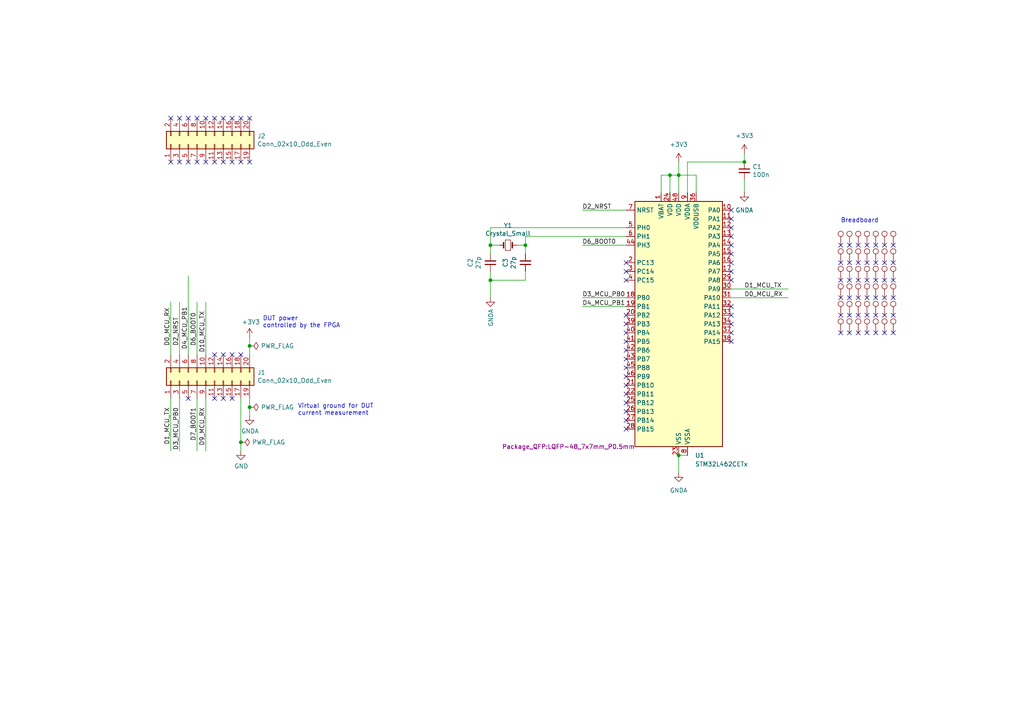
<source format=kicad_sch>
(kicad_sch (version 20231120) (generator "eeschema") (generator_version "8.0")
  (paper "A4")
  (title_block (title "Scaffold STM32L462aughterboard") (date "2024-0-21") (company "Laurent Bonnet") (comment 1 "Under LGPL v3 license"))
  (lib_symbols
    (symbol "PCM_MCU_ST_STM32L4:STM32L462CETx"
      (property "Reference" "U" (at -12.7 36.83 0))
      (property "Value" "STM32L462CETx" (at 7.62 36.83 0))
      (symbol "STM32L462CETx_0_1"
        (rectangle (start -12.7 -35.56) (end 12.7 35.56) (stroke (width 0.254)) (fill (type background)))
      )
      (symbol "STM32L462CETx_1_1"
        (pin power_in line (at -5.08 38.1 270) (length 2.54) (name "VBAT") (number "1"))
        (pin bidirectional line (at 15.24 33.02 180) (length 2.54) (name "PA0") (number "10"))
        (pin bidirectional line (at 15.24 30.48 180) (length 2.54) (name "PA1") (number "11"))
        (pin bidirectional line (at 15.24 27.94 180) (length 2.54) (name "PA2") (number "12"))
        (pin bidirectional line (at 15.24 25.4 180) (length 2.54) (name "PA3") (number "13"))
        (pin bidirectional line (at 15.24 22.86 180) (length 2.54) (name "PA4") (number "14"))
        (pin bidirectional line (at 15.24 20.32 180) (length 2.54) (name "PA5") (number "15"))
        (pin bidirectional line (at 15.24 17.78 180) (length 2.54) (name "PA6") (number "16"))
        (pin bidirectional line (at 15.24 15.24 180) (length 2.54) (name "PA7") (number "17"))
        (pin bidirectional line (at -15.24 7.62 0) (length 2.54) (name "PB0") (number "18"))
        (pin bidirectional line (at -15.24 5.08 0) (length 2.54) (name "PB1") (number "19"))
        (pin bidirectional line (at -15.24 17.78 0) (length 2.54) (name "PC13") (number "2"))
        (pin bidirectional line (at -15.24 2.54 0) (length 2.54) (name "PB2") (number "20"))
        (pin bidirectional line (at -15.24 -17.78 0) (length 2.54) (name "PB10") (number "21"))
        (pin bidirectional line (at -15.24 -20.32 0) (length 2.54) (name "PB11") (number "22"))
        (pin power_in line (at 0 -38.1 90) (length 2.54) (name "VSS") (number "23"))
        (pin power_in line (at -2.54 38.1 270) (length 2.54) (name "VDD") (number "24"))
        (pin bidirectional line (at -15.24 -22.86 0) (length 2.54) (name "PB12") (number "25"))
        (pin bidirectional line (at -15.24 -25.4 0) (length 2.54) (name "PB13") (number "26"))
        (pin bidirectional line (at -15.24 -27.94 0) (length 2.54) (name "PB14") (number "27"))
        (pin bidirectional line (at -15.24 -30.48 0) (length 2.54) (name "PB15") (number "28"))
        (pin bidirectional line (at 15.24 12.7 180) (length 2.54) (name "PA8") (number "29"))
        (pin bidirectional line (at -15.24 15.24 0) (length 2.54) (name "PC14") (number "3"))
        (pin bidirectional line (at 15.24 10.16 180) (length 2.54) (name "PA9") (number "30"))
        (pin bidirectional line (at 15.24 7.62 180) (length 2.54) (name "PA10") (number "31"))
        (pin bidirectional line (at 15.24 5.08 180) (length 2.54) (name "PA11") (number "32"))
        (pin bidirectional line (at 15.24 2.54 180) (length 2.54) (name "PA12") (number "33"))
        (pin bidirectional line (at 15.24 0 180) (length 2.54) (name "PA13") (number "34"))
        (pin passive line (at 0 -38.1 90) (length 2.54) hide (name "VSS") (number "35"))
        (pin power_in line (at 5.08 38.1 270) (length 2.54) (name "VDDUSB") (number "36"))
        (pin bidirectional line (at 15.24 -2.54 180) (length 2.54) (name "PA14") (number "37"))
        (pin bidirectional line (at 15.24 -5.08 180) (length 2.54) (name "PA15") (number "38"))
        (pin bidirectional line (at -15.24 0 0) (length 2.54) (name "PB3") (number "39"))
        (pin bidirectional line (at -15.24 12.7 0) (length 2.54) (name "PC15") (number "4"))
        (pin bidirectional line (at -15.24 -2.54 0) (length 2.54) (name "PB4") (number "40"))
        (pin bidirectional line (at -15.24 -5.08 0) (length 2.54) (name "PB5") (number "41"))
        (pin bidirectional line (at -15.24 -7.62 0) (length 2.54) (name "PB6") (number "42"))
        (pin bidirectional line (at -15.24 -10.16 0) (length 2.54) (name "PB7") (number "43"))
        (pin bidirectional line (at -15.24 22.86 0) (length 2.54) (name "PH3") (number "44"))
        (pin bidirectional line (at -15.24 -12.7 0) (length 2.54) (name "PB8") (number "45"))
        (pin bidirectional line (at -15.24 -15.24 0) (length 2.54) (name "PB9") (number "46"))
        (pin passive line (at 0 -38.1 90) (length 2.54) hide (name "VSS") (number "47"))
        (pin power_in line (at 0 38.1 270) (length 2.54) (name "VDD") (number "48"))
        (pin bidirectional line (at -15.24 27.94 0) (length 2.54) (name "PH0") (number "5"))
        (pin bidirectional line (at -15.24 25.4 0) (length 2.54) (name "PH1") (number "6"))
        (pin input line (at -15.24 33.02 0) (length 2.54) (name "NRST") (number "7"))
        (pin power_in line (at 2.54 -38.1 90) (length 2.54) (name "VSSA") (number "8"))
        (pin power_in line (at 2.54 38.1 270) (length 2.54) (name "VDDA") (number "9"))
      )
    )
    (symbol "power:+3V3" (power) (pin_numbers hide) (pin_names (offset 0) hide)
      (property "Value" "+3V3" (at 0 3.556 0))
      (symbol "+3V3_0_1"
        (polyline (pts (xy -0.762 1.27) (xy 0 2.54)))
        (polyline (pts (xy 0 0) (xy 0 2.54)))
        (polyline (pts (xy 0 2.54) (xy 0.762 1.27)))
      )
      (symbol "+3V3_1_1"
        (pin power_in line (at 0 0 90) (length 0) (name "~") (number "1"))
      )
    )
    (symbol "power:GNDA" (power) (pin_numbers hide) (pin_names (offset 0) hide)
      (property "Value" "GNDA" (at 0 -3.81 0))
      (symbol "GNDA_0_1"
        (polyline (pts (xy 0 0) (xy 0 -1.27) (xy 1.27 -1.27) (xy 0 -2.54) (xy -1.27 -1.27) (xy 0 -1.27)))
      )
      (symbol "GNDA_1_1"
        (pin power_in line (at 0 0 270) (length 0) (name "~") (number "1"))
      )
    )
    (symbol "stm32f205-rescue:+3V3-power" (power) (pin_names (offset 0))
      (property "Value" "+3V3-power" (at 0 3.556 0))
      (symbol "+3V3-power_0_1"
        (polyline (pts (xy -0.762 1.27) (xy 0 2.54)))
        (polyline (pts (xy 0 0) (xy 0 2.54)))
        (polyline (pts (xy 0 2.54) (xy 0.762 1.27)))
      )
      (symbol "+3V3-power_1_1"
        (pin power_in line (at 0 0 90) (length 0) hide (name "+3V3") (number "1"))
      )
    )
    (symbol "stm32f205-rescue:C_Small-Device" (pin_numbers hide) (pin_names (offset 0.254) hide)
      (property "Reference" "C" (at 0.254 1.778 0))
      (property "Value" "Device_C_Small" (at 0.254 -2.032 0))
      (symbol "C_Small-Device_0_1"
        (polyline (pts (xy -1.524 -0.508) (xy 1.524 -0.508)) (stroke (width 0.3302)))
        (polyline (pts (xy -1.524 0.508) (xy 1.524 0.508)) (stroke (width 0.3048)))
      )
      (symbol "C_Small-Device_1_1"
        (pin passive line (at 0 2.54 270) (length 2.032) (name "~") (number "1"))
        (pin passive line (at 0 -2.54 90) (length 2.032) (name "~") (number "2"))
      )
    )
    (symbol "stm32f205-rescue:Conn_02x10_Odd_Even-Connector_Generic" (pin_names (offset 1.016) hide)
      (property "Reference" "J" (at 1.27 12.7 0))
      (property "Value" "Connector_Generic_Conn_02x10_Odd_Even" (at 1.27 -15.24 0))
      (symbol "Conn_02x10_Odd_Even-Connector_Generic_1_1"
        (rectangle (start -1.27 -12.573) (end 0 -12.827) (stroke (width 0.1524)))
        (rectangle (start -1.27 -10.033) (end 0 -10.287) (stroke (width 0.1524)))
        (rectangle (start -1.27 -7.493) (end 0 -7.747) (stroke (width 0.1524)))
        (rectangle (start -1.27 -4.953) (end 0 -5.207) (stroke (width 0.1524)))
        (rectangle (start -1.27 -2.413) (end 0 -2.667) (stroke (width 0.1524)))
        (rectangle (start -1.27 0.127) (end 0 -0.127) (stroke (width 0.1524)))
        (rectangle (start -1.27 2.667) (end 0 2.413) (stroke (width 0.1524)))
        (rectangle (start -1.27 5.207) (end 0 4.953) (stroke (width 0.1524)))
        (rectangle (start -1.27 7.747) (end 0 7.493) (stroke (width 0.1524)))
        (rectangle (start -1.27 10.287) (end 0 10.033) (stroke (width 0.1524)))
        (rectangle (start -1.27 11.43) (end 3.81 -13.97) (stroke (width 0.254)) (fill (type background)))
        (rectangle (start 3.81 -12.573) (end 2.54 -12.827) (stroke (width 0.1524)))
        (rectangle (start 3.81 -10.033) (end 2.54 -10.287) (stroke (width 0.1524)))
        (rectangle (start 3.81 -7.493) (end 2.54 -7.747) (stroke (width 0.1524)))
        (rectangle (start 3.81 -4.953) (end 2.54 -5.207) (stroke (width 0.1524)))
        (rectangle (start 3.81 -2.413) (end 2.54 -2.667) (stroke (width 0.1524)))
        (rectangle (start 3.81 0.127) (end 2.54 -0.127) (stroke (width 0.1524)))
        (rectangle (start 3.81 2.667) (end 2.54 2.413) (stroke (width 0.1524)))
        (rectangle (start 3.81 5.207) (end 2.54 4.953) (stroke (width 0.1524)))
        (rectangle (start 3.81 7.747) (end 2.54 7.493) (stroke (width 0.1524)))
        (rectangle (start 3.81 10.287) (end 2.54 10.033) (stroke (width 0.1524)))
        (pin passive line (at -5.08 10.16 0) (length 3.81) (name "Pin_1") (number "1"))
        (pin passive line (at 7.62 0 180) (length 3.81) (name "Pin_10") (number "10"))
        (pin passive line (at -5.08 -2.54 0) (length 3.81) (name "Pin_11") (number "11"))
        (pin passive line (at 7.62 -2.54 180) (length 3.81) (name "Pin_12") (number "12"))
        (pin passive line (at -5.08 -5.08 0) (length 3.81) (name "Pin_13") (number "13"))
        (pin passive line (at 7.62 -5.08 180) (length 3.81) (name "Pin_14") (number "14"))
        (pin passive line (at -5.08 -7.62 0) (length 3.81) (name "Pin_15") (number "15"))
        (pin passive line (at 7.62 -7.62 180) (length 3.81) (name "Pin_16") (number "16"))
        (pin passive line (at -5.08 -10.16 0) (length 3.81) (name "Pin_17") (number "17"))
        (pin passive line (at 7.62 -10.16 180) (length 3.81) (name "Pin_18") (number "18"))
        (pin passive line (at -5.08 -12.7 0) (length 3.81) (name "Pin_19") (number "19"))
        (pin passive line (at 7.62 10.16 180) (length 3.81) (name "Pin_2") (number "2"))
        (pin passive line (at 7.62 -12.7 180) (length 3.81) (name "Pin_20") (number "20"))
        (pin passive line (at -5.08 7.62 0) (length 3.81) (name "Pin_3") (number "3"))
        (pin passive line (at 7.62 7.62 180) (length 3.81) (name "Pin_4") (number "4"))
        (pin passive line (at -5.08 5.08 0) (length 3.81) (name "Pin_5") (number "5"))
        (pin passive line (at 7.62 5.08 180) (length 3.81) (name "Pin_6") (number "6"))
        (pin passive line (at -5.08 2.54 0) (length 3.81) (name "Pin_7") (number "7"))
        (pin passive line (at 7.62 2.54 180) (length 3.81) (name "Pin_8") (number "8"))
        (pin passive line (at -5.08 0 0) (length 3.81) (name "Pin_9") (number "9"))
      )
    )
    (symbol "stm32f205-rescue:Crystal_Small-Device" (pin_numbers hide) (pin_names (offset 1.016) hide)
      (property "Reference" "Y" (at 0 2.54 0))
      (property "Value" "Device_Crystal_Small" (at 0 -2.54 0))
      (symbol "Crystal_Small-Device_0_1"
        (rectangle (start -0.762 -1.524) (end 0.762 1.524))
        (polyline (pts (xy -1.27 -0.762) (xy -1.27 0.762)) (stroke (width 0.381)))
        (polyline (pts (xy 1.27 -0.762) (xy 1.27 0.762)) (stroke (width 0.381)))
      )
      (symbol "Crystal_Small-Device_1_1"
        (pin passive line (at -2.54 0 0) (length 1.27) (name "1") (number "1"))
        (pin passive line (at 2.54 0 180) (length 1.27) (name "2") (number "2"))
      )
    )
    (symbol "stm32f205-rescue:GND-power" (power) (pin_names (offset 0))
      (property "Value" "GND-power" (at 0 -3.81 0))
      (symbol "GND-power_0_1"
        (polyline (pts (xy 0 0) (xy 0 -1.27) (xy 1.27 -1.27) (xy 0 -2.54) (xy -1.27 -1.27) (xy 0 -1.27)))
      )
      (symbol "GND-power_1_1"
        (pin power_in line (at 0 0 270) (length 0) hide (name "GND") (number "1"))
      )
    )
    (symbol "stm32f205-rescue:GNDA-power" (power) (pin_names (offset 0))
      (property "Value" "GNDA-power" (at 0 -3.81 0))
      (symbol "GNDA-power_0_1"
        (polyline (pts (xy 0 0) (xy 0 -1.27) (xy 1.27 -1.27) (xy 0 -2.54) (xy -1.27 -1.27) (xy 0 -1.27)))
      )
      (symbol "GNDA-power_1_1"
        (pin power_in line (at 0 0 270) (length 0) hide (name "GNDA") (number "1"))
      )
    )
    (symbol "stm32f205-rescue:PWR_FLAG-power" (power) (pin_numbers hide) (pin_names (offset 0) hide)
      (property "Value" "PWR_FLAG-power" (at 0 3.81 0))
      (symbol "PWR_FLAG-power_0_0"
        (pin power_out line (at 0 0 90) (length 0) (name "pwr") (number "1"))
      )
      (symbol "PWR_FLAG-power_0_1"
        (polyline (pts (xy 0 0) (xy 0 1.27) (xy -1.016 1.905) (xy 0 2.54) (xy 1.016 1.905) (xy 0 1.27)))
      )
    )
    (symbol "stm32f205-rescue:TestPoint-Connector" (pin_numbers hide) (pin_names (offset 0.762) hide)
      (property "Reference" "TP" (at 0 6.858 0))
      (property "Value" "Connector_TestPoint" (at 0 5.08 0))
      (symbol "TestPoint-Connector_0_1"
        (circle (center 0 3.302) (radius 0.762))
      )
      (symbol "TestPoint-Connector_1_1"
        (pin passive line (at 0 0 90) (length 2.54) (name "1") (number "1"))
      )
    )
  )
  (junction (at 215.9 46.99))
  (junction (at 72.39 118.11))
  (junction (at 142.24 71.12))
  (junction (at 194.31 50.8))
  (junction (at 69.85 128.27))
  (junction (at 72.39 100.33))
  (junction (at 142.24 81.28))
  (junction (at 196.85 132.08))
  (junction (at 196.85 50.8))
  (junction (at 152.4 71.12))
  (no_connect (at 259.08 96.52))
  (no_connect (at 246.38 91.44))
  (no_connect (at 254 81.28))
  (no_connect (at 67.31 115.57))
  (no_connect (at 181.61 119.38))
  (no_connect (at 181.61 111.76))
  (no_connect (at 181.61 109.22))
  (no_connect (at 212.09 81.28))
  (no_connect (at 181.61 116.84))
  (no_connect (at 52.07 34.29))
  (no_connect (at 181.61 78.74))
  (no_connect (at 49.53 46.99))
  (no_connect (at 212.09 68.58))
  (no_connect (at 212.09 93.98))
  (no_connect (at 54.61 34.29))
  (no_connect (at 181.61 81.28))
  (no_connect (at 59.69 46.99))
  (no_connect (at 251.46 76.2))
  (no_connect (at 181.61 76.2))
  (no_connect (at 181.61 91.44))
  (no_connect (at 212.09 60.96))
  (no_connect (at 212.09 71.12))
  (no_connect (at 64.77 102.87))
  (no_connect (at 181.61 124.46))
  (no_connect (at 259.08 91.44))
  (no_connect (at 256.54 86.36))
  (no_connect (at 181.61 104.14))
  (no_connect (at 256.54 81.28))
  (no_connect (at 246.38 76.2))
  (no_connect (at 259.08 76.2))
  (no_connect (at 254 71.12))
  (no_connect (at 64.77 46.99))
  (no_connect (at 254 96.52))
  (no_connect (at 254 76.2))
  (no_connect (at 251.46 86.36))
  (no_connect (at 181.61 106.68))
  (no_connect (at 251.46 96.52))
  (no_connect (at 69.85 46.99))
  (no_connect (at 254 86.36))
  (no_connect (at 181.61 93.98))
  (no_connect (at 49.53 34.29))
  (no_connect (at 67.31 102.87))
  (no_connect (at 62.23 115.57))
  (no_connect (at 246.38 96.52))
  (no_connect (at 243.84 81.28))
  (no_connect (at 259.08 81.28))
  (no_connect (at 64.77 115.57))
  (no_connect (at 67.31 46.99))
  (no_connect (at 251.46 71.12))
  (no_connect (at 248.92 96.52))
  (no_connect (at 59.69 34.29))
  (no_connect (at 67.31 34.29))
  (no_connect (at 246.38 86.36))
  (no_connect (at 256.54 76.2))
  (no_connect (at 248.92 81.28))
  (no_connect (at 256.54 91.44))
  (no_connect (at 248.92 91.44))
  (no_connect (at 212.09 76.2))
  (no_connect (at 181.61 96.52))
  (no_connect (at 248.92 71.12))
  (no_connect (at 243.84 76.2))
  (no_connect (at 62.23 102.87))
  (no_connect (at 57.15 34.29))
  (no_connect (at 62.23 34.29))
  (no_connect (at 259.08 86.36))
  (no_connect (at 243.84 91.44))
  (no_connect (at 62.23 46.99))
  (no_connect (at 212.09 66.04))
  (no_connect (at 212.09 63.5))
  (no_connect (at 212.09 73.66))
  (no_connect (at 212.09 99.06))
  (no_connect (at 248.92 86.36))
  (no_connect (at 251.46 81.28))
  (no_connect (at 181.61 99.06))
  (no_connect (at 52.07 46.99))
  (no_connect (at 256.54 71.12))
  (no_connect (at 54.61 46.99))
  (no_connect (at 212.09 96.52))
  (no_connect (at 54.61 115.57))
  (no_connect (at 243.84 86.36))
  (no_connect (at 64.77 34.29))
  (no_connect (at 243.84 71.12))
  (no_connect (at 246.38 71.12))
  (no_connect (at 181.61 114.3))
  (no_connect (at 181.61 121.92))
  (no_connect (at 256.54 96.52))
  (no_connect (at 72.39 46.99))
  (no_connect (at 212.09 88.9))
  (no_connect (at 248.92 76.2))
  (no_connect (at 243.84 96.52))
  (no_connect (at 212.09 91.44))
  (no_connect (at 246.38 81.28))
  (no_connect (at 57.15 46.99))
  (no_connect (at 72.39 34.29))
  (no_connect (at 259.08 71.12))
  (no_connect (at 254 91.44))
  (no_connect (at 212.09 78.74))
  (no_connect (at 69.85 102.87))
  (no_connect (at 181.61 101.6))
  (no_connect (at 69.85 34.29))
  (no_connect (at 251.46 91.44))
  (wire (pts (xy 212.09 83.82) (xy 228.6 83.82)))
  (wire (pts (xy 142.24 71.12) (xy 144.78 71.12)))
  (wire (pts (xy 152.4 78.74) (xy 152.4 81.28)))
  (wire (pts (xy 49.53 115.57) (xy 49.53 130.81)))
  (wire (pts (xy 196.85 50.8) (xy 201.93 50.8)))
  (wire (pts (xy 152.4 73.66) (xy 152.4 71.12)))
  (wire (pts (xy 199.39 55.88) (xy 199.39 46.99)))
  (wire (pts (xy 54.61 80.01) (xy 54.61 102.87)))
  (wire (pts (xy 69.85 128.27) (xy 69.85 115.57)))
  (wire (pts (xy 215.9 52.07) (xy 215.9 55.88)))
  (wire (pts (xy 152.4 68.58) (xy 181.61 68.58)))
  (wire (pts (xy 57.15 115.57) (xy 57.15 130.81)))
  (wire (pts (xy 152.4 81.28) (xy 142.24 81.28)))
  (wire (pts (xy 168.91 60.96) (xy 181.61 60.96)))
  (wire (pts (xy 215.9 44.45) (xy 215.9 46.99)))
  (wire (pts (xy 52.07 115.57) (xy 52.07 130.81)))
  (wire (pts (xy 69.85 130.81) (xy 69.85 128.27)))
  (wire (pts (xy 52.07 102.87) (xy 52.07 87.63)))
  (wire (pts (xy 142.24 66.04) (xy 142.24 71.12)))
  (wire (pts (xy 168.91 71.12) (xy 181.61 71.12)))
  (wire (pts (xy 72.39 118.11) (xy 72.39 120.65)))
  (wire (pts (xy 201.93 55.88) (xy 201.93 50.8)))
  (wire (pts (xy 72.39 100.33) (xy 72.39 102.87)))
  (wire (pts (xy 57.15 102.87) (xy 57.15 87.63)))
  (wire (pts (xy 194.31 50.8) (xy 196.85 50.8)))
  (wire (pts (xy 191.77 50.8) (xy 194.31 50.8)))
  (wire (pts (xy 59.69 87.63) (xy 59.69 102.87)))
  (wire (pts (xy 196.85 50.8) (xy 196.85 55.88)))
  (wire (pts (xy 168.91 88.9) (xy 181.61 88.9)))
  (wire (pts (xy 142.24 78.74) (xy 142.24 81.28)))
  (wire (pts (xy 191.77 55.88) (xy 191.77 50.8)))
  (wire (pts (xy 152.4 71.12) (xy 149.86 71.12)))
  (wire (pts (xy 142.24 66.04) (xy 181.61 66.04)))
  (wire (pts (xy 212.09 86.36) (xy 228.6 86.36)))
  (wire (pts (xy 196.85 132.08) (xy 199.39 132.08)))
  (wire (pts (xy 196.85 46.99) (xy 196.85 50.8)))
  (wire (pts (xy 142.24 81.28) (xy 142.24 86.36)))
  (wire (pts (xy 59.69 115.57) (xy 59.69 130.81)))
  (wire (pts (xy 152.4 68.58) (xy 152.4 71.12)))
  (wire (pts (xy 72.39 97.79) (xy 72.39 100.33)))
  (wire (pts (xy 49.53 102.87) (xy 49.53 87.63)))
  (wire (pts (xy 142.24 73.66) (xy 142.24 71.12)))
  (wire (pts (xy 194.31 55.88) (xy 194.31 50.8)))
  (wire (pts (xy 199.39 46.99) (xy 215.9 46.99)))
  (wire (pts (xy 196.85 132.08) (xy 196.85 137.16)))
  (wire (pts (xy 72.39 115.57) (xy 72.39 118.11)))
  (wire (pts (xy 168.91 86.36) (xy 181.61 86.36)))
  (text "DUT power\ncontrolled by the FPGA" (at 76.2 95.25 0) (effects (font (size 1.27 1.27)) (justify left bottom)))
  (text "Virtual ground for DUT\ncurrent measurement" (at 86.36 120.65 0) (effects (font (size 1.27 1.27)) (justify left bottom)))
  (text "Breadboard" (at 243.84 64.77 0) (effects (font (size 1.27 1.27)) (justify left bottom)))
  (label "D1_MCU_TX" (at 215.9 83.82 0))
  (label "D1_MCU_TX" (at 49.53 118.11 270))
  (label "D6_BOOT0" (at 57.15 100.33 90))
  (label "D2_NRST" (at 168.91 60.96 0))
  (label "D4_MCU_PB1" (at 168.91 88.9 0))
  (label "D6_BOOT0" (at 168.91 71.12 0))
  (label "D0_MCU_RX" (at 49.53 100.33 90))
  (label "D4_MCU_PB1" (at 54.61 88.9 270))
  (label "D2_NRST" (at 52.07 100.33 90))
  (label "D0_MCU_RX" (at 215.9 86.36 0))
  (label "D9_MCU_RX" (at 59.69 118.11 270))
  (label "D3_MCU_PB0" (at 52.07 118.11 270))
  (label "D10_MCU_TX" (at 59.69 90.17 270))
  (label "D3_MCU_PB0" (at 168.91 86.36 0))
  (label "D7_BOOT1" (at 57.15 118.11 270))
  (symbol (lib_id "stm32f205-rescue:Crystal_Small-Device") (at 147.32 71.12 0) (unit 1)
    (property "Reference" "Y1" (at 147.32 65.405 0))
    (property "Value" "Crystal_Small" (at 147.32 67.7164 0))
    (property "Footprint" "Crystal:Crystal_HC18-U_Vertical" (effects (hide yes)))
  )
  (symbol (lib_id "stm32f205-rescue:C_Small-Device") (at 142.24 76.2 180) (unit 1)
    (property "Reference" "C2" (at 136.4234 76.2 90))
    (property "Value" "27p" (at 138.7348 76.2 90))
    (property "Footprint" "Capacitor_SMD:C_0805_2012Metric" (effects (hide yes)))
  )
  (symbol (lib_id "stm32f205-rescue:C_Small-Device") (at 152.4 76.2 180) (unit 1)
    (property "Reference" "C3" (at 146.5834 76.2 90))
    (property "Value" "27p" (at 148.8948 76.2 90))
    (property "Footprint" "Capacitor_SMD:C_0805_2012Metric" (effects (hide yes)))
  )
  (symbol (lib_id "stm32f205-rescue:GNDA-power") (at 142.24 86.36 0) (unit 1)
    (property "Reference" "#PWR0111" (effects (hide yes)))
    (property "Value" "GNDA" (at 142.367 89.5858 90) (effects (justify right)))
  )
  (symbol (lib_id "stm32f205-rescue:Conn_02x10_Odd_Even-Connector_Generic") (at 59.69 110.49 90) (unit 1)
    (property "Reference" "J1" (at 74.6252 108.0516 90) (effects (justify right)))
    (property "Value" "Conn_02x10_Odd_Even" (at 74.6252 110.363 90) (effects (justify right)))
    (property "Footprint" "Connector_PinSocket_2.54mm:PinSocket_2x10_P2.54mm_Vertical" (effects (hide yes)))
  )
  (symbol (lib_id "stm32f205-rescue:Conn_02x10_Odd_Even-Connector_Generic") (at 59.69 41.91 90) (unit 1)
    (property "Reference" "J2" (at 74.6252 39.4716 90) (effects (justify right)))
    (property "Value" "Conn_02x10_Odd_Even" (at 74.6252 41.783 90) (effects (justify right)))
    (property "Footprint" "Connector_PinSocket_2.54mm:PinSocket_2x10_P2.54mm_Vertical" (effects (hide yes)))
  )
  (symbol (lib_id "stm32f205-rescue:+3V3-power") (at 72.39 97.79 0) (unit 1)
    (property "Reference" "#PWR0101" (effects (hide yes)))
    (property "Value" "+3V3" (at 72.771 93.3958 0))
  )
  (symbol (lib_id "stm32f205-rescue:GNDA-power") (at 72.39 120.65 0) (unit 1)
    (property "Reference" "#PWR0102" (effects (hide yes)))
    (property "Value" "GNDA" (at 72.517 125.0442 0))
  )
  (symbol (lib_id "stm32f205-rescue:GND-power") (at 69.85 130.81 0) (unit 1)
    (property "Reference" "#PWR0103" (effects (hide yes)))
    (property "Value" "GND" (at 69.977 135.2042 0))
  )
  (symbol (lib_id "stm32f205-rescue:TestPoint-Connector") (at 243.84 71.12 0) (unit 1)
    (property "Reference" "TP1" (effects (hide yes)))
    (property "Value" "TestPoint" (effects (hide yes)))
    (property "Footprint" "mykicadlibs:TEST_BREADBOARD_RECTANGULAR" (effects (hide yes)))
  )
  (symbol (lib_id "stm32f205-rescue:TestPoint-Connector") (at 246.38 71.12 0) (unit 1)
    (property "Reference" "TP7" (effects (hide yes)))
    (property "Value" "TestPoint" (effects (hide yes)))
    (property "Footprint" "mykicadlibs:TEST_BREADBOARD_RECTANGULAR" (effects (hide yes)))
  )
  (symbol (lib_id "stm32f205-rescue:TestPoint-Connector") (at 248.92 71.12 0) (unit 1)
    (property "Reference" "TP13" (effects (hide yes)))
    (property "Value" "TestPoint" (effects (hide yes)))
    (property "Footprint" "mykicadlibs:TEST_BREADBOARD_RECTANGULAR" (effects (hide yes)))
  )
  (symbol (lib_id "stm32f205-rescue:TestPoint-Connector") (at 251.46 71.12 0) (unit 1)
    (property "Reference" "TP19" (effects (hide yes)))
    (property "Value" "TestPoint" (effects (hide yes)))
    (property "Footprint" "mykicadlibs:TEST_BREADBOARD_RECTANGULAR" (effects (hide yes)))
  )
  (symbol (lib_id "stm32f205-rescue:TestPoint-Connector") (at 254 71.12 0) (unit 1)
    (property "Reference" "TP25" (effects (hide yes)))
    (property "Value" "TestPoint" (effects (hide yes)))
    (property "Footprint" "mykicadlibs:TEST_BREADBOARD_RECTANGULAR" (effects (hide yes)))
  )
  (symbol (lib_id "stm32f205-rescue:TestPoint-Connector") (at 256.54 71.12 0) (unit 1)
    (property "Reference" "TP31" (effects (hide yes)))
    (property "Value" "TestPoint" (effects (hide yes)))
    (property "Footprint" "mykicadlibs:TEST_BREADBOARD_RECTANGULAR" (effects (hide yes)))
  )
  (symbol (lib_id "stm32f205-rescue:TestPoint-Connector") (at 259.08 71.12 0) (unit 1)
    (property "Reference" "TP37" (effects (hide yes)))
    (property "Value" "TestPoint" (effects (hide yes)))
    (property "Footprint" "mykicadlibs:TEST_BREADBOARD_RECTANGULAR" (effects (hide yes)))
  )
  (symbol (lib_id "stm32f205-rescue:TestPoint-Connector") (at 243.84 76.2 0) (unit 1)
    (property "Reference" "TP2" (effects (hide yes)))
    (property "Value" "TestPoint" (effects (hide yes)))
    (property "Footprint" "mykicadlibs:TEST_BREADBOARD_RECTANGULAR" (effects (hide yes)))
  )
  (symbol (lib_id "stm32f205-rescue:TestPoint-Connector") (at 246.38 76.2 0) (unit 1)
    (property "Reference" "TP8" (effects (hide yes)))
    (property "Value" "TestPoint" (effects (hide yes)))
    (property "Footprint" "mykicadlibs:TEST_BREADBOARD_RECTANGULAR" (effects (hide yes)))
  )
  (symbol (lib_id "stm32f205-rescue:TestPoint-Connector") (at 248.92 76.2 0) (unit 1)
    (property "Reference" "TP14" (effects (hide yes)))
    (property "Value" "TestPoint" (effects (hide yes)))
    (property "Footprint" "mykicadlibs:TEST_BREADBOARD_RECTANGULAR" (effects (hide yes)))
  )
  (symbol (lib_id "stm32f205-rescue:TestPoint-Connector") (at 251.46 76.2 0) (unit 1)
    (property "Reference" "TP20" (effects (hide yes)))
    (property "Value" "TestPoint" (effects (hide yes)))
    (property "Footprint" "mykicadlibs:TEST_BREADBOARD_RECTANGULAR" (effects (hide yes)))
  )
  (symbol (lib_id "stm32f205-rescue:TestPoint-Connector") (at 254 76.2 0) (unit 1)
    (property "Reference" "TP26" (effects (hide yes)))
    (property "Value" "TestPoint" (effects (hide yes)))
    (property "Footprint" "mykicadlibs:TEST_BREADBOARD_RECTANGULAR" (effects (hide yes)))
  )
  (symbol (lib_id "stm32f205-rescue:TestPoint-Connector") (at 256.54 76.2 0) (unit 1)
    (property "Reference" "TP32" (effects (hide yes)))
    (property "Value" "TestPoint" (effects (hide yes)))
    (property "Footprint" "mykicadlibs:TEST_BREADBOARD_RECTANGULAR" (effects (hide yes)))
  )
  (symbol (lib_id "stm32f205-rescue:TestPoint-Connector") (at 259.08 76.2 0) (unit 1)
    (property "Reference" "TP38" (effects (hide yes)))
    (property "Value" "TestPoint" (effects (hide yes)))
    (property "Footprint" "mykicadlibs:TEST_BREADBOARD_RECTANGULAR" (effects (hide yes)))
  )
  (symbol (lib_id "stm32f205-rescue:TestPoint-Connector") (at 243.84 81.28 0) (unit 1)
    (property "Reference" "TP3" (effects (hide yes)))
    (property "Value" "TestPoint" (effects (hide yes)))
    (property "Footprint" "mykicadlibs:TEST_BREADBOARD_RECTANGULAR" (effects (hide yes)))
  )
  (symbol (lib_id "stm32f205-rescue:TestPoint-Connector") (at 246.38 81.28 0) (unit 1)
    (property "Reference" "TP9" (effects (hide yes)))
    (property "Value" "TestPoint" (effects (hide yes)))
    (property "Footprint" "mykicadlibs:TEST_BREADBOARD_RECTANGULAR" (effects (hide yes)))
  )
  (symbol (lib_id "stm32f205-rescue:TestPoint-Connector") (at 248.92 81.28 0) (unit 1)
    (property "Reference" "TP15" (effects (hide yes)))
    (property "Value" "TestPoint" (effects (hide yes)))
    (property "Footprint" "mykicadlibs:TEST_BREADBOARD_RECTANGULAR" (effects (hide yes)))
  )
  (symbol (lib_id "stm32f205-rescue:TestPoint-Connector") (at 251.46 81.28 0) (unit 1)
    (property "Reference" "TP21" (effects (hide yes)))
    (property "Value" "TestPoint" (effects (hide yes)))
    (property "Footprint" "mykicadlibs:TEST_BREADBOARD_RECTANGULAR" (effects (hide yes)))
  )
  (symbol (lib_id "stm32f205-rescue:TestPoint-Connector") (at 254 81.28 0) (unit 1)
    (property "Reference" "TP27" (effects (hide yes)))
    (property "Value" "TestPoint" (effects (hide yes)))
    (property "Footprint" "mykicadlibs:TEST_BREADBOARD_RECTANGULAR" (effects (hide yes)))
  )
  (symbol (lib_id "stm32f205-rescue:TestPoint-Connector") (at 256.54 81.28 0) (unit 1)
    (property "Reference" "TP33" (effects (hide yes)))
    (property "Value" "TestPoint" (effects (hide yes)))
    (property "Footprint" "mykicadlibs:TEST_BREADBOARD_RECTANGULAR" (effects (hide yes)))
  )
  (symbol (lib_id "stm32f205-rescue:TestPoint-Connector") (at 259.08 81.28 0) (unit 1)
    (property "Reference" "TP39" (effects (hide yes)))
    (property "Value" "TestPoint" (effects (hide yes)))
    (property "Footprint" "mykicadlibs:TEST_BREADBOARD_RECTANGULAR" (effects (hide yes)))
  )
  (symbol (lib_id "stm32f205-rescue:TestPoint-Connector") (at 243.84 86.36 0) (unit 1)
    (property "Reference" "TP4" (effects (hide yes)))
    (property "Value" "TestPoint" (effects (hide yes)))
    (property "Footprint" "mykicadlibs:TEST_BREADBOARD_RECTANGULAR" (effects (hide yes)))
  )
  (symbol (lib_id "stm32f205-rescue:TestPoint-Connector") (at 246.38 86.36 0) (unit 1)
    (property "Reference" "TP10" (effects (hide yes)))
    (property "Value" "TestPoint" (effects (hide yes)))
    (property "Footprint" "mykicadlibs:TEST_BREADBOARD_RECTANGULAR" (effects (hide yes)))
  )
  (symbol (lib_id "stm32f205-rescue:TestPoint-Connector") (at 248.92 86.36 0) (unit 1)
    (property "Reference" "TP16" (effects (hide yes)))
    (property "Value" "TestPoint" (effects (hide yes)))
    (property "Footprint" "mykicadlibs:TEST_BREADBOARD_RECTANGULAR" (effects (hide yes)))
  )
  (symbol (lib_id "stm32f205-rescue:TestPoint-Connector") (at 251.46 86.36 0) (unit 1)
    (property "Reference" "TP22" (effects (hide yes)))
    (property "Value" "TestPoint" (effects (hide yes)))
    (property "Footprint" "mykicadlibs:TEST_BREADBOARD_RECTANGULAR" (effects (hide yes)))
  )
  (symbol (lib_id "stm32f205-rescue:TestPoint-Connector") (at 254 86.36 0) (unit 1)
    (property "Reference" "TP28" (effects (hide yes)))
    (property "Value" "TestPoint" (effects (hide yes)))
    (property "Footprint" "mykicadlibs:TEST_BREADBOARD_RECTANGULAR" (effects (hide yes)))
  )
  (symbol (lib_id "stm32f205-rescue:TestPoint-Connector") (at 256.54 86.36 0) (unit 1)
    (property "Reference" "TP34" (effects (hide yes)))
    (property "Value" "TestPoint" (effects (hide yes)))
    (property "Footprint" "mykicadlibs:TEST_BREADBOARD_RECTANGULAR" (effects (hide yes)))
  )
  (symbol (lib_id "stm32f205-rescue:TestPoint-Connector") (at 259.08 86.36 0) (unit 1)
    (property "Reference" "TP40" (effects (hide yes)))
    (property "Value" "TestPoint" (effects (hide yes)))
    (property "Footprint" "mykicadlibs:TEST_BREADBOARD_RECTANGULAR" (effects (hide yes)))
  )
  (symbol (lib_id "stm32f205-rescue:TestPoint-Connector") (at 243.84 91.44 0) (unit 1)
    (property "Reference" "TP5" (effects (hide yes)))
    (property "Value" "TestPoint" (effects (hide yes)))
    (property "Footprint" "mykicadlibs:TEST_BREADBOARD_RECTANGULAR" (effects (hide yes)))
  )
  (symbol (lib_id "stm32f205-rescue:TestPoint-Connector") (at 246.38 91.44 0) (unit 1)
    (property "Reference" "TP11" (effects (hide yes)))
    (property "Value" "TestPoint" (effects (hide yes)))
    (property "Footprint" "mykicadlibs:TEST_BREADBOARD_RECTANGULAR" (effects (hide yes)))
  )
  (symbol (lib_id "stm32f205-rescue:TestPoint-Connector") (at 248.92 91.44 0) (unit 1)
    (property "Reference" "TP17" (effects (hide yes)))
    (property "Value" "TestPoint" (effects (hide yes)))
    (property "Footprint" "mykicadlibs:TEST_BREADBOARD_RECTANGULAR" (effects (hide yes)))
  )
  (symbol (lib_id "stm32f205-rescue:TestPoint-Connector") (at 251.46 91.44 0) (unit 1)
    (property "Reference" "TP23" (effects (hide yes)))
    (property "Value" "TestPoint" (effects (hide yes)))
    (property "Footprint" "mykicadlibs:TEST_BREADBOARD_RECTANGULAR" (effects (hide yes)))
  )
  (symbol (lib_id "stm32f205-rescue:TestPoint-Connector") (at 254 91.44 0) (unit 1)
    (property "Reference" "TP29" (effects (hide yes)))
    (property "Value" "TestPoint" (effects (hide yes)))
    (property "Footprint" "mykicadlibs:TEST_BREADBOARD_RECTANGULAR" (effects (hide yes)))
  )
  (symbol (lib_id "stm32f205-rescue:TestPoint-Connector") (at 256.54 91.44 0) (unit 1)
    (property "Reference" "TP35" (effects (hide yes)))
    (property "Value" "TestPoint" (effects (hide yes)))
    (property "Footprint" "mykicadlibs:TEST_BREADBOARD_RECTANGULAR" (effects (hide yes)))
  )
  (symbol (lib_id "stm32f205-rescue:TestPoint-Connector") (at 259.08 91.44 0) (unit 1)
    (property "Reference" "TP41" (effects (hide yes)))
    (property "Value" "TestPoint" (effects (hide yes)))
    (property "Footprint" "mykicadlibs:TEST_BREADBOARD_RECTANGULAR" (effects (hide yes)))
  )
  (symbol (lib_id "stm32f205-rescue:TestPoint-Connector") (at 243.84 96.52 0) (unit 1)
    (property "Reference" "TP6" (effects (hide yes)))
    (property "Value" "TestPoint" (effects (hide yes)))
    (property "Footprint" "mykicadlibs:TEST_BREADBOARD_RECTANGULAR" (effects (hide yes)))
  )
  (symbol (lib_id "stm32f205-rescue:TestPoint-Connector") (at 246.38 96.52 0) (unit 1)
    (property "Reference" "TP12" (effects (hide yes)))
    (property "Value" "TestPoint" (effects (hide yes)))
    (property "Footprint" "mykicadlibs:TEST_BREADBOARD_RECTANGULAR" (effects (hide yes)))
  )
  (symbol (lib_id "stm32f205-rescue:TestPoint-Connector") (at 248.92 96.52 0) (unit 1)
    (property "Reference" "TP18" (effects (hide yes)))
    (property "Value" "TestPoint" (effects (hide yes)))
    (property "Footprint" "mykicadlibs:TEST_BREADBOARD_RECTANGULAR" (effects (hide yes)))
  )
  (symbol (lib_id "stm32f205-rescue:TestPoint-Connector") (at 251.46 96.52 0) (unit 1)
    (property "Reference" "TP24" (effects (hide yes)))
    (property "Value" "TestPoint" (effects (hide yes)))
    (property "Footprint" "mykicadlibs:TEST_BREADBOARD_RECTANGULAR" (effects (hide yes)))
  )
  (symbol (lib_id "stm32f205-rescue:TestPoint-Connector") (at 254 96.52 0) (unit 1)
    (property "Reference" "TP30" (effects (hide yes)))
    (property "Value" "TestPoint" (effects (hide yes)))
    (property "Footprint" "mykicadlibs:TEST_BREADBOARD_RECTANGULAR" (effects (hide yes)))
  )
  (symbol (lib_id "stm32f205-rescue:TestPoint-Connector") (at 256.54 96.52 0) (unit 1)
    (property "Reference" "TP36" (effects (hide yes)))
    (property "Value" "TestPoint" (effects (hide yes)))
    (property "Footprint" "mykicadlibs:TEST_BREADBOARD_RECTANGULAR" (effects (hide yes)))
  )
  (symbol (lib_id "stm32f205-rescue:TestPoint-Connector") (at 259.08 96.52 0) (unit 1)
    (property "Reference" "TP42" (effects (hide yes)))
    (property "Value" "TestPoint" (effects (hide yes)))
    (property "Footprint" "mykicadlibs:TEST_BREADBOARD_RECTANGULAR" (effects (hide yes)))
  )
  (symbol (lib_id "stm32f205-rescue:PWR_FLAG-power") (at 72.39 118.11 270) (unit 1)
    (property "Reference" "#FLG0101" (effects (hide yes)))
    (property "Value" "PWR_FLAG" (at 75.6412 118.11 90) (effects (justify left)))
  )
  (symbol (lib_id "stm32f205-rescue:PWR_FLAG-power") (at 72.39 100.33 270) (unit 1)
    (property "Reference" "#FLG0102" (effects (hide yes)))
    (property "Value" "PWR_FLAG" (at 75.6412 100.33 90) (effects (justify left)))
  )
  (symbol (lib_id "stm32f205-rescue:PWR_FLAG-power") (at 69.85 128.27 270) (unit 1)
    (property "Reference" "#FLG0103" (effects (hide yes)))
    (property "Value" "PWR_FLAG" (at 73.1012 128.27 90) (effects (justify left)))
  )
  (symbol (lib_id "PCM_MCU_ST_STM32L4:STM32L462CETx") (at 196.85 93.98 0) (unit 1)
    (property "Reference" "U1" (at 201.5841 132.08 0) (effects (justify left)))
    (property "Value" "STM32L462CETx" (at 201.5841 134.62 0) (effects (justify left)))
    (property "Footprint" "Package_QFP:LQFP-48_7x7mm_P0.5mm" (at 184.15 129.54 0) (effects (justify right)))
    (property "Datasheet" "https://www.st.com/resource/en/datasheet/stm32l462ce.pdf" (effects (hide yes)))
    (property "Description" "STMicroelectronics Arm Cortex-M4 MCU, 512KB flash, 160KB RAM, 80 MHz, 1.71-3.6V, 38 GPIO, LQFP48" (effects (hide yes)))
  )
  (symbol (lib_id "power:GNDA") (at 196.85 137.16 0) (unit 1)
    (property "Reference" "#PWR01" (effects (hide yes)))
    (property "Value" "GNDA" (at 196.85 142.24 0))
    (property "Description" "Power symbol creates a global label with name \"GNDA\" , analog ground" (effects (hide yes)))
  )
  (symbol (lib_id "power:+3V3") (at 215.9 44.45 0) (unit 1)
    (property "Reference" "#PWR03" (effects (hide yes)))
    (property "Value" "+3V3" (at 215.9 39.37 0))
    (property "Description" "Power symbol creates a global label with name \"+3V3\"" (effects (hide yes)))
  )
  (symbol (lib_id "power:GNDA") (at 215.9 55.88 0) (unit 1)
    (property "Reference" "#PWR04" (effects (hide yes)))
    (property "Value" "GNDA" (at 215.9 60.96 0))
    (property "Description" "Power symbol creates a global label with name \"GNDA\" , analog ground" (effects (hide yes)))
  )
  (symbol (lib_id "stm32f205-rescue:C_Small-Device") (at 215.9 49.53 0) (unit 1)
    (property "Reference" "C1" (at 218.2368 48.3616 0) (effects (justify left)))
    (property "Value" "100n" (at 218.2368 50.673 0) (effects (justify left)))
    (property "Footprint" "Capacitor_SMD:C_0805_2012Metric" (effects (hide yes)))
  )
  (symbol (lib_id "power:+3V3") (at 196.85 46.99 0) (unit 1)
    (property "Reference" "#PWR02" (effects (hide yes)))
    (property "Value" "+3V3" (at 196.85 41.91 0))
    (property "Description" "Power symbol creates a global label with name \"+3V3\"" (effects (hide yes)))
  )
)
</source>
